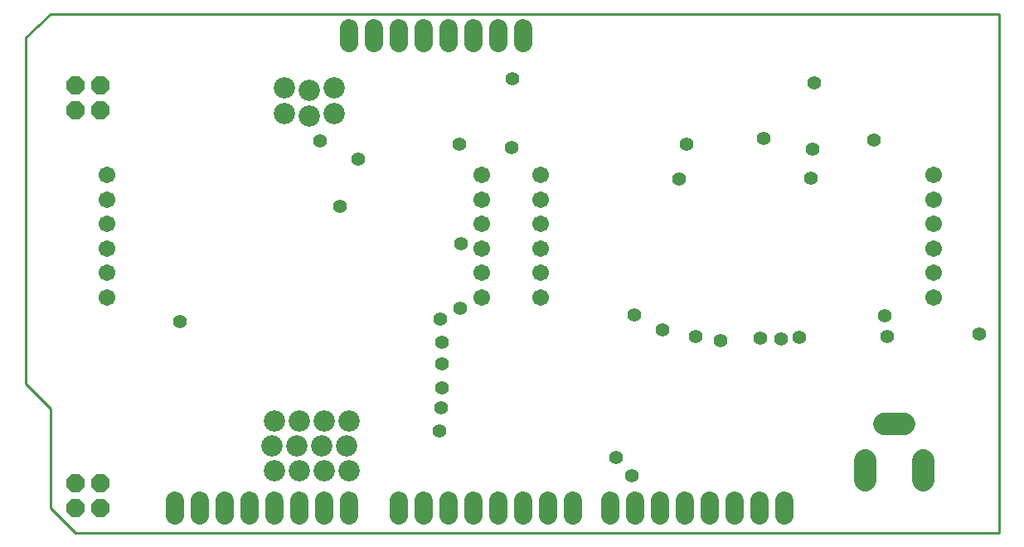
<source format=gbs>
G75*
%MOIN*%
%OFA0B0*%
%FSLAX25Y25*%
%IPPOS*%
%LPD*%
%AMOC8*
5,1,8,0,0,1.08239X$1,22.5*
%
%ADD10C,0.01000*%
%ADD11C,0.07200*%
%ADD12C,0.09074*%
%ADD13C,0.06743*%
%ADD14C,0.08600*%
%ADD15OC8,0.07200*%
%ADD16C,0.05562*%
D10*
X0023777Y0020657D02*
X0033777Y0010657D01*
X0404978Y0010657D01*
X0404978Y0219319D01*
X0023777Y0219319D01*
X0023748Y0219267D01*
X0013777Y0209968D01*
X0013777Y0070657D01*
X0023777Y0060657D01*
X0023777Y0020657D01*
D11*
X0073777Y0017657D02*
X0073777Y0023657D01*
X0083777Y0023657D02*
X0083777Y0017657D01*
X0093777Y0017657D02*
X0093777Y0023657D01*
X0103777Y0023657D02*
X0103777Y0017657D01*
X0113777Y0017657D02*
X0113777Y0023657D01*
X0123777Y0023657D02*
X0123777Y0017657D01*
X0133777Y0017657D02*
X0133777Y0023657D01*
X0143777Y0023657D02*
X0143777Y0017657D01*
X0163777Y0017657D02*
X0163777Y0023657D01*
X0173777Y0023657D02*
X0173777Y0017657D01*
X0183777Y0017657D02*
X0183777Y0023657D01*
X0193777Y0023657D02*
X0193777Y0017657D01*
X0203777Y0017657D02*
X0203777Y0023657D01*
X0213777Y0023657D02*
X0213777Y0017657D01*
X0223777Y0017657D02*
X0223777Y0023657D01*
X0233777Y0023657D02*
X0233777Y0017657D01*
X0248777Y0017657D02*
X0248777Y0023657D01*
X0258777Y0023657D02*
X0258777Y0017657D01*
X0268777Y0017657D02*
X0268777Y0023657D01*
X0278777Y0023657D02*
X0278777Y0017657D01*
X0288777Y0017657D02*
X0288777Y0023657D01*
X0298777Y0023657D02*
X0298777Y0017657D01*
X0308777Y0017657D02*
X0308777Y0023657D01*
X0318777Y0023657D02*
X0318777Y0017657D01*
X0213777Y0207657D02*
X0213777Y0213657D01*
X0203777Y0213657D02*
X0203777Y0207657D01*
X0193777Y0207657D02*
X0193777Y0213657D01*
X0183777Y0213657D02*
X0183777Y0207657D01*
X0173777Y0207657D02*
X0173777Y0213657D01*
X0163777Y0213657D02*
X0163777Y0207657D01*
X0153777Y0207657D02*
X0153777Y0213657D01*
X0143777Y0213657D02*
X0143777Y0207657D01*
D12*
X0358812Y0054519D02*
X0366686Y0054519D01*
X0374520Y0039834D02*
X0374520Y0031960D01*
X0350990Y0031980D02*
X0350990Y0039854D01*
D13*
X0378896Y0105258D03*
X0378896Y0115100D03*
X0378896Y0124943D03*
X0378896Y0134785D03*
X0378896Y0144628D03*
X0378896Y0154470D03*
X0220737Y0154470D03*
X0220737Y0144628D03*
X0220737Y0134785D03*
X0220737Y0124943D03*
X0220737Y0115100D03*
X0220737Y0105258D03*
X0197114Y0105258D03*
X0197114Y0115100D03*
X0197114Y0124943D03*
X0197114Y0134785D03*
X0197114Y0144628D03*
X0197114Y0154470D03*
X0046576Y0154470D03*
X0046576Y0144628D03*
X0046576Y0134785D03*
X0046576Y0124943D03*
X0046576Y0115100D03*
X0046576Y0105258D03*
D14*
X0113754Y0055457D03*
X0123754Y0055457D03*
X0133754Y0055457D03*
X0143754Y0055457D03*
X0142754Y0045457D03*
X0132754Y0045457D03*
X0122754Y0045457D03*
X0112754Y0045457D03*
X0113754Y0035457D03*
X0123754Y0035457D03*
X0133754Y0035457D03*
X0143754Y0035457D03*
X0127681Y0178378D03*
X0137681Y0179378D03*
X0137665Y0189415D03*
X0127665Y0188415D03*
X0117665Y0189415D03*
X0117681Y0179378D03*
D15*
X0043787Y0180654D03*
X0033787Y0180654D03*
X0033787Y0190654D03*
X0043787Y0190654D03*
X0043782Y0030656D03*
X0033782Y0030656D03*
X0033782Y0020656D03*
X0043782Y0020656D03*
D16*
X0075644Y0095726D03*
X0140110Y0141870D03*
X0147580Y0160792D03*
X0132015Y0168189D03*
X0188208Y0166901D03*
X0209278Y0165511D03*
X0209404Y0193364D03*
X0279498Y0166996D03*
X0276552Y0152826D03*
X0310536Y0169147D03*
X0330094Y0165037D03*
X0329345Y0153258D03*
X0354893Y0168701D03*
X0330674Y0191493D03*
X0188875Y0127004D03*
X0188494Y0101004D03*
X0180421Y0096616D03*
X0181252Y0087137D03*
X0181119Y0078601D03*
X0181050Y0068976D03*
X0180647Y0060904D03*
X0180244Y0051420D03*
X0193488Y0020946D03*
X0251080Y0040922D03*
X0257613Y0033416D03*
X0293121Y0087929D03*
X0282986Y0089574D03*
X0269744Y0092379D03*
X0258333Y0098107D03*
X0309053Y0089001D03*
X0317540Y0088476D03*
X0324676Y0089316D03*
X0360033Y0089482D03*
X0359270Y0097995D03*
X0397120Y0090742D03*
M02*

</source>
